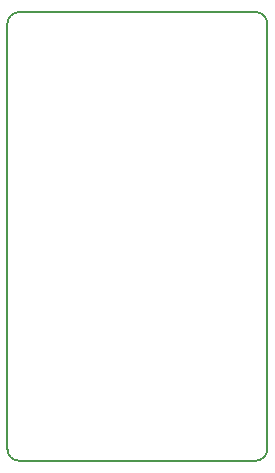
<source format=gbr>
%TF.GenerationSoftware,KiCad,Pcbnew,(5.99.0-11441-g1a5e63bcab)*%
%TF.CreationDate,2021-07-19T16:29:47+02:00*%
%TF.ProjectId,MQ Breakout,4d512042-7265-4616-9b6f-75742e6b6963,rev?*%
%TF.SameCoordinates,Original*%
%TF.FileFunction,Profile,NP*%
%FSLAX46Y46*%
G04 Gerber Fmt 4.6, Leading zero omitted, Abs format (unit mm)*
G04 Created by KiCad (PCBNEW (5.99.0-11441-g1a5e63bcab)) date 2021-07-19 16:29:47*
%MOMM*%
%LPD*%
G01*
G04 APERTURE LIST*
%TA.AperFunction,Profile*%
%ADD10C,0.150000*%
%TD*%
G04 APERTURE END LIST*
D10*
X91999997Y-130000003D02*
G75*
G02*
X91000000Y-129000000I3J1000000D01*
G01*
X92000000Y-130000000D02*
X112000000Y-130000000D01*
X91000000Y-93000000D02*
X91000000Y-129000000D01*
X112000003Y-91999997D02*
G75*
G02*
X113000000Y-93000000I-3J-1000000D01*
G01*
X90999997Y-92999997D02*
G75*
G02*
X92000000Y-92000000I1000000J-3D01*
G01*
X113000001Y-129000002D02*
G75*
G02*
X112000000Y-129999997I-999998J3D01*
G01*
X112000000Y-92000000D02*
X92000000Y-92000000D01*
X113000000Y-129000000D02*
X113000000Y-93000000D01*
M02*

</source>
